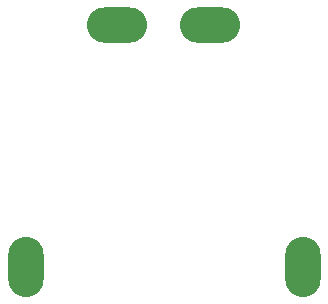
<source format=gbr>
%TF.GenerationSoftware,KiCad,Pcbnew,(5.1.10)-1*%
%TF.CreationDate,2022-03-13T21:33:56-05:00*%
%TF.ProjectId,SciMotorPCB,5363694d-6f74-46f7-9250-43422e6b6963,rev?*%
%TF.SameCoordinates,Original*%
%TF.FileFunction,Soldermask,Top*%
%TF.FilePolarity,Negative*%
%FSLAX46Y46*%
G04 Gerber Fmt 4.6, Leading zero omitted, Abs format (unit mm)*
G04 Created by KiCad (PCBNEW (5.1.10)-1) date 2022-03-13 21:33:56*
%MOMM*%
%LPD*%
G01*
G04 APERTURE LIST*
%ADD10O,5.100000X3.000000*%
%ADD11O,3.000000X5.100000*%
G04 APERTURE END LIST*
D10*
%TO.C,Conn1*%
X160708000Y-75439000D03*
X152808000Y-75439000D03*
%TD*%
D11*
%TO.C,J1*%
X145097500Y-95910400D03*
%TD*%
%TO.C,J2*%
X168592500Y-95910400D03*
%TD*%
M02*

</source>
